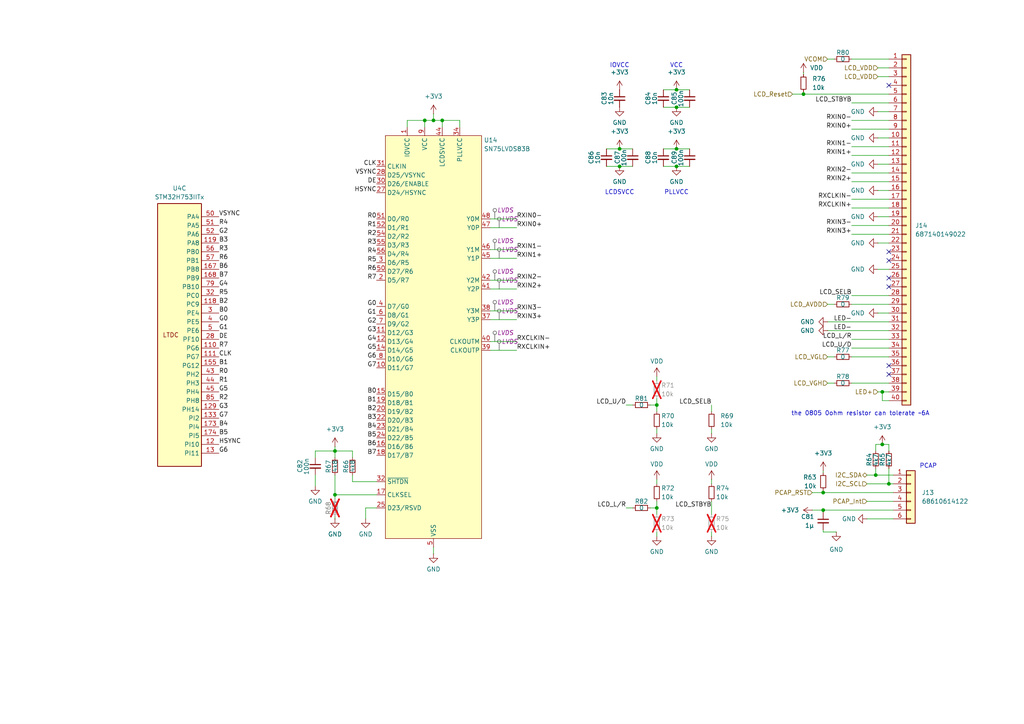
<source format=kicad_sch>
(kicad_sch
	(version 20231120)
	(generator "eeschema")
	(generator_version "8.0")
	(uuid "cfc08744-1338-460e-b9d6-bbb983fd58f1")
	(paper "A4")
	
	(junction
		(at 97.155 130.81)
		(diameter 0)
		(color 0 0 0 0)
		(uuid "0a014240-3880-4e76-9a94-85fc4b86e196")
	)
	(junction
		(at 179.705 48.26)
		(diameter 0)
		(color 0 0 0 0)
		(uuid "1a981e4a-df1f-4554-808a-8cb682e6b709")
	)
	(junction
		(at 255.905 128.905)
		(diameter 0)
		(color 0 0 0 0)
		(uuid "1f38e153-e651-4879-8c77-3220d9bfe30b")
	)
	(junction
		(at 196.215 26.035)
		(diameter 0)
		(color 0 0 0 0)
		(uuid "36bddcfd-11d5-48fe-af61-3a943aa79791")
	)
	(junction
		(at 257.81 140.335)
		(diameter 0)
		(color 0 0 0 0)
		(uuid "3925a27d-4875-405a-8c29-a7ba8d4725f7")
	)
	(junction
		(at 125.73 34.925)
		(diameter 0)
		(color 0 0 0 0)
		(uuid "51eeccfe-6686-4ca9-8aba-d515e08cb179")
	)
	(junction
		(at 190.5 117.475)
		(diameter 0)
		(color 0 0 0 0)
		(uuid "587b8044-6d76-4594-b205-64f5ae3d0cbf")
	)
	(junction
		(at 128.27 34.925)
		(diameter 0)
		(color 0 0 0 0)
		(uuid "5e4fb1b3-b906-42cb-9bcf-1fe43b515c5c")
	)
	(junction
		(at 123.19 34.925)
		(diameter 0)
		(color 0 0 0 0)
		(uuid "6921e377-c6aa-4918-8f18-78751ee65e4b")
	)
	(junction
		(at 233.045 27.305)
		(diameter 0)
		(color 0 0 0 0)
		(uuid "6b7b1be5-7851-40f7-b61c-54746ac8b71c")
	)
	(junction
		(at 179.705 43.18)
		(diameter 0)
		(color 0 0 0 0)
		(uuid "6f2f8254-1c91-4009-962f-948e94f45990")
	)
	(junction
		(at 238.76 147.955)
		(diameter 0)
		(color 0 0 0 0)
		(uuid "833e2d64-fc43-464a-9283-f695744d3d12")
	)
	(junction
		(at 255.905 113.665)
		(diameter 0)
		(color 0 0 0 0)
		(uuid "89518f6e-9c83-421f-9c57-ab6c1f4a7a34")
	)
	(junction
		(at 97.155 143.51)
		(diameter 0)
		(color 0 0 0 0)
		(uuid "b360e58b-d3d1-4f91-b7db-26a83f81783f")
	)
	(junction
		(at 238.76 142.875)
		(diameter 0)
		(color 0 0 0 0)
		(uuid "ba9f6885-d1c2-4976-8e6c-b3c768d67c14")
	)
	(junction
		(at 190.5 147.32)
		(diameter 0)
		(color 0 0 0 0)
		(uuid "cbdd449a-e405-445e-a272-3419885e6243")
	)
	(junction
		(at 196.215 48.26)
		(diameter 0)
		(color 0 0 0 0)
		(uuid "d008a368-33cc-4d3e-b958-698d092dfcd5")
	)
	(junction
		(at 196.215 31.115)
		(diameter 0)
		(color 0 0 0 0)
		(uuid "ec8f96ba-b615-4c3c-85a1-f8ab19bdb118")
	)
	(junction
		(at 196.215 43.18)
		(diameter 0)
		(color 0 0 0 0)
		(uuid "f4221231-7f4d-4ee4-b654-d71f985c5bf1")
	)
	(junction
		(at 254 137.795)
		(diameter 0)
		(color 0 0 0 0)
		(uuid "f621acd5-9b92-4da7-afc1-ea1e53f7700e")
	)
	(no_connect
		(at 257.81 108.585)
		(uuid "206530de-08a6-4322-927d-360e1543f9c3")
	)
	(no_connect
		(at 257.81 80.645)
		(uuid "4670c019-b6c9-4fcc-b1c1-90483035a52d")
	)
	(no_connect
		(at 257.81 73.025)
		(uuid "57ba4c83-7552-48dc-a263-d34d0b323fe5")
	)
	(no_connect
		(at 257.81 83.185)
		(uuid "58e4a9ba-9959-41ee-8aa7-af7bb26bb0fc")
	)
	(no_connect
		(at 257.81 75.565)
		(uuid "6656bea9-1e28-47cc-8494-9faa91d6f4b4")
	)
	(no_connect
		(at 257.81 24.765)
		(uuid "b5294258-8b2c-4d02-a271-4a5af5e8753b")
	)
	(no_connect
		(at 257.81 106.045)
		(uuid "d5a720d4-226e-4161-a590-27effc13fbc0")
	)
	(wire
		(pts
			(xy 196.215 48.26) (xy 200.025 48.26)
		)
		(stroke
			(width 0)
			(type default)
		)
		(uuid "0298da3d-88c6-441a-bd23-3a8b6279e8c9")
	)
	(wire
		(pts
			(xy 251.46 140.335) (xy 257.81 140.335)
		)
		(stroke
			(width 0)
			(type default)
		)
		(uuid "05e528cd-cd25-429f-b1b3-d804461f1fbb")
	)
	(wire
		(pts
			(xy 257.81 135.89) (xy 257.81 140.335)
		)
		(stroke
			(width 0)
			(type default)
		)
		(uuid "06b39ecd-f131-4d5e-be11-106155e0051c")
	)
	(wire
		(pts
			(xy 149.86 99.06) (xy 142.24 99.06)
		)
		(stroke
			(width 0)
			(type default)
		)
		(uuid "0714a536-7eb6-4ce2-851e-ea015f0458bc")
	)
	(wire
		(pts
			(xy 97.155 149.86) (xy 97.155 150.495)
		)
		(stroke
			(width 0)
			(type default)
		)
		(uuid "09997052-fd26-4555-95c6-8743f1453e4f")
	)
	(wire
		(pts
			(xy 102.235 130.81) (xy 102.235 132.715)
		)
		(stroke
			(width 0)
			(type default)
		)
		(uuid "0c8bd05c-5fba-4223-a449-4cbbc5bdec09")
	)
	(wire
		(pts
			(xy 133.35 34.925) (xy 133.35 36.83)
		)
		(stroke
			(width 0)
			(type default)
		)
		(uuid "0fe53239-7447-4eb5-8ad5-c0e8b73b79db")
	)
	(wire
		(pts
			(xy 125.73 158.75) (xy 125.73 160.655)
		)
		(stroke
			(width 0)
			(type default)
		)
		(uuid "10cb2966-9e76-4d0b-ae0d-260f6ad04f92")
	)
	(wire
		(pts
			(xy 247.015 111.125) (xy 257.81 111.125)
		)
		(stroke
			(width 0)
			(type default)
		)
		(uuid "13c63c44-473b-4821-bfdb-9dab528786c2")
	)
	(wire
		(pts
			(xy 190.5 147.32) (xy 190.5 149.225)
		)
		(stroke
			(width 0)
			(type default)
		)
		(uuid "1682fa89-003e-4157-a37f-bb74a89a1921")
	)
	(wire
		(pts
			(xy 233.045 20.955) (xy 233.045 21.59)
		)
		(stroke
			(width 0)
			(type default)
		)
		(uuid "17155407-70a1-437c-acf1-ef8c745c8d55")
	)
	(wire
		(pts
			(xy 238.76 147.955) (xy 238.76 148.59)
		)
		(stroke
			(width 0)
			(type default)
		)
		(uuid "193249d7-42be-4aa3-9346-3782bac88bef")
	)
	(wire
		(pts
			(xy 190.5 109.22) (xy 190.5 110.49)
		)
		(stroke
			(width 0)
			(type default)
		)
		(uuid "19ebde49-e7ee-4f44-aa21-c9a530b73c81")
	)
	(wire
		(pts
			(xy 254.635 90.805) (xy 257.81 90.805)
		)
		(stroke
			(width 0)
			(type default)
		)
		(uuid "1c029d85-b489-425d-b4be-7fb14080dda1")
	)
	(wire
		(pts
			(xy 247.015 88.265) (xy 257.81 88.265)
		)
		(stroke
			(width 0)
			(type default)
		)
		(uuid "1d48773f-2c67-4fd6-b92d-82324b248da6")
	)
	(wire
		(pts
			(xy 247.015 103.505) (xy 257.81 103.505)
		)
		(stroke
			(width 0)
			(type default)
		)
		(uuid "1ec68ab0-74c3-4639-83cb-e6593f6a6859")
	)
	(wire
		(pts
			(xy 97.155 130.81) (xy 102.235 130.81)
		)
		(stroke
			(width 0)
			(type default)
		)
		(uuid "23b220bd-13e9-445f-ae5e-3ab326eee3d2")
	)
	(wire
		(pts
			(xy 238.76 142.24) (xy 238.76 142.875)
		)
		(stroke
			(width 0)
			(type default)
		)
		(uuid "23c600d3-e761-4c99-b45d-34adfb2a9b67")
	)
	(wire
		(pts
			(xy 247.015 60.325) (xy 257.81 60.325)
		)
		(stroke
			(width 0)
			(type default)
		)
		(uuid "27619d87-814b-4e66-8ce5-84c9b258f0bf")
	)
	(wire
		(pts
			(xy 142.24 74.93) (xy 149.86 74.93)
		)
		(stroke
			(width 0)
			(type default)
		)
		(uuid "29b1f2f7-9974-4042-9e5d-7f1190fac34f")
	)
	(wire
		(pts
			(xy 142.24 83.82) (xy 149.86 83.82)
		)
		(stroke
			(width 0)
			(type default)
		)
		(uuid "2c715c41-8579-4be5-8127-330173332aa8")
	)
	(wire
		(pts
			(xy 247.015 65.405) (xy 257.81 65.405)
		)
		(stroke
			(width 0)
			(type default)
		)
		(uuid "2f1b7142-5359-4472-b1fd-de96165f83e6")
	)
	(wire
		(pts
			(xy 254.635 22.225) (xy 257.81 22.225)
		)
		(stroke
			(width 0)
			(type default)
		)
		(uuid "2f4e38f2-30cc-442c-b415-30467d32412d")
	)
	(wire
		(pts
			(xy 109.22 139.7) (xy 102.235 139.7)
		)
		(stroke
			(width 0)
			(type default)
		)
		(uuid "2fa43b00-581c-4b57-a7a9-a604f50b01d8")
	)
	(wire
		(pts
			(xy 181.61 147.32) (xy 183.515 147.32)
		)
		(stroke
			(width 0)
			(type default)
		)
		(uuid "30ffd6f7-ef1f-437f-9a7c-a23e216c9290")
	)
	(wire
		(pts
			(xy 206.375 117.475) (xy 206.375 119.38)
		)
		(stroke
			(width 0)
			(type default)
		)
		(uuid "312df952-f886-423f-9ecc-b76acc89c019")
	)
	(wire
		(pts
			(xy 247.015 57.785) (xy 257.81 57.785)
		)
		(stroke
			(width 0)
			(type default)
		)
		(uuid "338cbeb0-9e4c-42b6-9787-f19a5da2870c")
	)
	(wire
		(pts
			(xy 233.045 26.67) (xy 233.045 27.305)
		)
		(stroke
			(width 0)
			(type default)
		)
		(uuid "354a3f1c-1c85-4f32-9b4a-8a7f5efa4e0a")
	)
	(wire
		(pts
			(xy 254 128.905) (xy 255.905 128.905)
		)
		(stroke
			(width 0)
			(type default)
		)
		(uuid "357e09a7-75f7-41a8-8c60-319f523d3773")
	)
	(wire
		(pts
			(xy 97.155 132.715) (xy 97.155 130.81)
		)
		(stroke
			(width 0)
			(type default)
		)
		(uuid "36eb8b53-c7a4-49dd-be5b-2105c6730fe4")
	)
	(wire
		(pts
			(xy 190.5 145.415) (xy 190.5 147.32)
		)
		(stroke
			(width 0)
			(type default)
		)
		(uuid "37521562-0348-42d1-a316-ad5f22f99668")
	)
	(wire
		(pts
			(xy 106.045 147.32) (xy 109.22 147.32)
		)
		(stroke
			(width 0)
			(type default)
		)
		(uuid "3a719ff8-c0b4-4593-b1f0-e26697bd70c2")
	)
	(wire
		(pts
			(xy 206.375 124.46) (xy 206.375 125.73)
		)
		(stroke
			(width 0)
			(type default)
		)
		(uuid "3ae24d99-1378-4e06-9b17-fab03726b185")
	)
	(wire
		(pts
			(xy 255.905 116.205) (xy 255.905 113.665)
		)
		(stroke
			(width 0)
			(type default)
		)
		(uuid "3d796974-152f-4f56-bd9a-5cb2a66feb94")
	)
	(wire
		(pts
			(xy 149.86 90.17) (xy 142.24 90.17)
		)
		(stroke
			(width 0)
			(type default)
		)
		(uuid "3db8ead2-c244-4591-9f6b-d8e5bc35cade")
	)
	(wire
		(pts
			(xy 251.46 137.795) (xy 254 137.795)
		)
		(stroke
			(width 0)
			(type default)
		)
		(uuid "3f295cfd-ebba-4b1e-bac9-708590bd77b6")
	)
	(wire
		(pts
			(xy 91.44 130.81) (xy 97.155 130.81)
		)
		(stroke
			(width 0)
			(type default)
		)
		(uuid "45d0edf7-736a-4aa7-a23f-5212f8458eff")
	)
	(wire
		(pts
			(xy 247.015 17.145) (xy 257.81 17.145)
		)
		(stroke
			(width 0)
			(type default)
		)
		(uuid "466f5f35-7ab1-4d99-b939-c70f85820bed")
	)
	(wire
		(pts
			(xy 255.905 116.205) (xy 257.81 116.205)
		)
		(stroke
			(width 0)
			(type default)
		)
		(uuid "4718d472-c8b6-4441-ab81-d18e38c07fbd")
	)
	(wire
		(pts
			(xy 247.015 52.705) (xy 257.81 52.705)
		)
		(stroke
			(width 0)
			(type default)
		)
		(uuid "48985834-8e71-434f-b58e-ed9ffa085d20")
	)
	(wire
		(pts
			(xy 238.76 147.955) (xy 259.08 147.955)
		)
		(stroke
			(width 0)
			(type default)
		)
		(uuid "4c814185-20ab-4c63-85a3-08873cf631b5")
	)
	(wire
		(pts
			(xy 235.585 142.875) (xy 238.76 142.875)
		)
		(stroke
			(width 0)
			(type default)
		)
		(uuid "51176f82-a718-44d9-8aac-1fbaebeebff1")
	)
	(wire
		(pts
			(xy 125.73 34.925) (xy 128.27 34.925)
		)
		(stroke
			(width 0)
			(type default)
		)
		(uuid "512c3170-6919-410f-ab24-a01210192fc0")
	)
	(wire
		(pts
			(xy 175.895 48.26) (xy 179.705 48.26)
		)
		(stroke
			(width 0)
			(type default)
		)
		(uuid "57ab13e2-8a92-42d1-9fb8-6b02d0766ffe")
	)
	(wire
		(pts
			(xy 188.595 147.32) (xy 190.5 147.32)
		)
		(stroke
			(width 0)
			(type default)
		)
		(uuid "5bb6ede0-1f09-4ee3-b054-e913caa88144")
	)
	(wire
		(pts
			(xy 254.635 62.865) (xy 257.81 62.865)
		)
		(stroke
			(width 0)
			(type default)
		)
		(uuid "5d74f553-7285-4b03-8f7a-7493264e6ca7")
	)
	(wire
		(pts
			(xy 240.03 93.345) (xy 257.81 93.345)
		)
		(stroke
			(width 0)
			(type default)
		)
		(uuid "5f241d29-31c2-41f4-bd3d-059c2e65be39")
	)
	(wire
		(pts
			(xy 206.375 139.065) (xy 206.375 140.335)
		)
		(stroke
			(width 0)
			(type default)
		)
		(uuid "60c7230e-5bca-4180-bcca-03d23889c8d9")
	)
	(wire
		(pts
			(xy 240.03 17.145) (xy 241.935 17.145)
		)
		(stroke
			(width 0)
			(type default)
		)
		(uuid "618979c3-fee3-4fd4-90b7-b3a321c9831f")
	)
	(wire
		(pts
			(xy 179.705 43.18) (xy 183.515 43.18)
		)
		(stroke
			(width 0)
			(type default)
		)
		(uuid "652c6c39-fa45-4f03-89a8-cde00a0d1335")
	)
	(wire
		(pts
			(xy 181.61 117.475) (xy 183.515 117.475)
		)
		(stroke
			(width 0)
			(type default)
		)
		(uuid "65cc8ab6-13ef-40a8-9b07-cc9baf602c04")
	)
	(wire
		(pts
			(xy 247.015 67.945) (xy 257.81 67.945)
		)
		(stroke
			(width 0)
			(type default)
		)
		(uuid "671eb76e-ac7c-495b-9377-d06227dbda46")
	)
	(wire
		(pts
			(xy 206.375 154.305) (xy 206.375 155.575)
		)
		(stroke
			(width 0)
			(type default)
		)
		(uuid "68278b12-7341-4bce-ab78-6f965d6478a7")
	)
	(wire
		(pts
			(xy 188.595 117.475) (xy 190.5 117.475)
		)
		(stroke
			(width 0)
			(type default)
		)
		(uuid "6e4fea39-f48b-434e-b2ca-502d3b4c5e09")
	)
	(wire
		(pts
			(xy 106.045 150.495) (xy 106.045 147.32)
		)
		(stroke
			(width 0)
			(type default)
		)
		(uuid "6f5af170-38aa-4c58-a2e9-2e76e811c87e")
	)
	(wire
		(pts
			(xy 247.015 100.965) (xy 257.81 100.965)
		)
		(stroke
			(width 0)
			(type default)
		)
		(uuid "71413b15-4c29-4db8-9aca-4d4d08e03b81")
	)
	(wire
		(pts
			(xy 190.5 124.46) (xy 190.5 125.73)
		)
		(stroke
			(width 0)
			(type default)
		)
		(uuid "71808231-1ba2-4266-ac0d-4cd719878a39")
	)
	(wire
		(pts
			(xy 251.46 145.415) (xy 259.08 145.415)
		)
		(stroke
			(width 0)
			(type default)
		)
		(uuid "718cbf0e-2c2e-4dfb-aa82-e96c26e595e9")
	)
	(wire
		(pts
			(xy 123.19 34.925) (xy 125.73 34.925)
		)
		(stroke
			(width 0)
			(type default)
		)
		(uuid "79289023-9eda-4942-b277-ffdf5c17a90c")
	)
	(wire
		(pts
			(xy 206.375 145.415) (xy 206.375 149.225)
		)
		(stroke
			(width 0)
			(type default)
		)
		(uuid "79526d75-b91c-4e80-a209-f4f7252523a2")
	)
	(wire
		(pts
			(xy 240.03 95.885) (xy 257.81 95.885)
		)
		(stroke
			(width 0)
			(type default)
		)
		(uuid "7a3e6c4f-9432-460d-bcc3-675f61fb2f7b")
	)
	(wire
		(pts
			(xy 240.03 88.265) (xy 241.935 88.265)
		)
		(stroke
			(width 0)
			(type default)
		)
		(uuid "7ba4c5a6-fc2a-42bf-835e-6d3fe146eb49")
	)
	(wire
		(pts
			(xy 247.015 85.725) (xy 257.81 85.725)
		)
		(stroke
			(width 0)
			(type default)
		)
		(uuid "7d97b2ea-9c3a-4444-8140-5f88442d21a4")
	)
	(wire
		(pts
			(xy 102.235 139.7) (xy 102.235 137.795)
		)
		(stroke
			(width 0)
			(type default)
		)
		(uuid "7ef4ed38-09cf-4dc1-8d17-593720d6bfbd")
	)
	(wire
		(pts
			(xy 257.81 140.335) (xy 259.08 140.335)
		)
		(stroke
			(width 0)
			(type default)
		)
		(uuid "80449c22-7a2e-48ef-b100-319c64440b08")
	)
	(wire
		(pts
			(xy 91.44 130.81) (xy 91.44 132.715)
		)
		(stroke
			(width 0)
			(type default)
		)
		(uuid "8052b36c-73f0-4c99-a4b1-bba64c1b82e2")
	)
	(wire
		(pts
			(xy 118.11 34.925) (xy 123.19 34.925)
		)
		(stroke
			(width 0)
			(type default)
		)
		(uuid "82256a26-20d4-4f1c-8160-6219baaaf0fd")
	)
	(wire
		(pts
			(xy 192.405 31.115) (xy 196.215 31.115)
		)
		(stroke
			(width 0)
			(type default)
		)
		(uuid "824ceded-869f-4f61-9b0d-737a6d94db16")
	)
	(wire
		(pts
			(xy 254.635 32.385) (xy 257.81 32.385)
		)
		(stroke
			(width 0)
			(type default)
		)
		(uuid "83cc7d18-3605-4624-a3e7-065a5db17972")
	)
	(wire
		(pts
			(xy 97.155 129.54) (xy 97.155 130.81)
		)
		(stroke
			(width 0)
			(type default)
		)
		(uuid "862bf58b-0b37-45d1-90c8-c77c888bb601")
	)
	(wire
		(pts
			(xy 238.76 142.875) (xy 259.08 142.875)
		)
		(stroke
			(width 0)
			(type default)
		)
		(uuid "8a253ece-2bc3-43e4-9198-530d6b262d90")
	)
	(wire
		(pts
			(xy 255.905 113.665) (xy 257.81 113.665)
		)
		(stroke
			(width 0)
			(type default)
		)
		(uuid "8b0d9d8b-5c7a-4cad-883a-66ceb5f7ef54")
	)
	(wire
		(pts
			(xy 240.03 103.505) (xy 241.935 103.505)
		)
		(stroke
			(width 0)
			(type default)
		)
		(uuid "8b6da8b0-de78-4e0a-9628-aa523a0de7bb")
	)
	(wire
		(pts
			(xy 254.635 70.485) (xy 257.81 70.485)
		)
		(stroke
			(width 0)
			(type default)
		)
		(uuid "8fcba768-840e-438e-ac66-8ec626ed306c")
	)
	(wire
		(pts
			(xy 175.895 43.18) (xy 179.705 43.18)
		)
		(stroke
			(width 0)
			(type default)
		)
		(uuid "90afa069-9607-44d1-8a5b-5ef07d699a4a")
	)
	(wire
		(pts
			(xy 238.76 153.67) (xy 238.76 154.305)
		)
		(stroke
			(width 0)
			(type default)
		)
		(uuid "935c8a75-ba66-49fc-92ef-91648e9fffac")
	)
	(wire
		(pts
			(xy 123.19 34.925) (xy 123.19 36.83)
		)
		(stroke
			(width 0)
			(type default)
		)
		(uuid "95aa725c-7b4c-4809-b773-ab53822a785e")
	)
	(wire
		(pts
			(xy 91.44 137.795) (xy 91.44 140.97)
		)
		(stroke
			(width 0)
			(type default)
		)
		(uuid "96be8705-1aaf-4f28-aace-ecacb5b0fc86")
	)
	(wire
		(pts
			(xy 235.585 147.955) (xy 238.76 147.955)
		)
		(stroke
			(width 0)
			(type default)
		)
		(uuid "9af2513d-bd0e-422c-8c69-9f61ea71fb1c")
	)
	(wire
		(pts
			(xy 247.015 34.925) (xy 257.81 34.925)
		)
		(stroke
			(width 0)
			(type default)
		)
		(uuid "9afaf073-8914-4b5f-9a09-321c7823603b")
	)
	(wire
		(pts
			(xy 149.86 63.5) (xy 142.24 63.5)
		)
		(stroke
			(width 0)
			(type default)
		)
		(uuid "9b1bb6e8-b640-4df4-90e7-f515e45fb94d")
	)
	(wire
		(pts
			(xy 257.81 128.905) (xy 257.81 130.81)
		)
		(stroke
			(width 0)
			(type default)
		)
		(uuid "9c4d6a6f-f984-42f1-a37b-45ccd36c49c2")
	)
	(wire
		(pts
			(xy 254.635 113.665) (xy 255.905 113.665)
		)
		(stroke
			(width 0)
			(type default)
		)
		(uuid "9cb67b43-cabd-47e1-99bb-bf896041f2a0")
	)
	(wire
		(pts
			(xy 255.905 128.905) (xy 257.81 128.905)
		)
		(stroke
			(width 0)
			(type default)
		)
		(uuid "9cd4ebb7-1f67-4d4a-86a6-5d4df2a67f6d")
	)
	(wire
		(pts
			(xy 238.76 136.525) (xy 238.76 137.16)
		)
		(stroke
			(width 0)
			(type default)
		)
		(uuid "a38bdfda-67d3-463a-8274-24b317601fed")
	)
	(wire
		(pts
			(xy 196.215 43.18) (xy 200.025 43.18)
		)
		(stroke
			(width 0)
			(type default)
		)
		(uuid "a42e8e46-cd2f-432f-9417-b53432b08db3")
	)
	(wire
		(pts
			(xy 233.045 27.305) (xy 257.81 27.305)
		)
		(stroke
			(width 0)
			(type default)
		)
		(uuid "a94d2cb2-c0e3-4b77-867f-08036eb8635e")
	)
	(wire
		(pts
			(xy 179.705 48.26) (xy 183.515 48.26)
		)
		(stroke
			(width 0)
			(type default)
		)
		(uuid "a9ab5bcb-7b6e-465d-8750-6972b61c2bbb")
	)
	(wire
		(pts
			(xy 196.215 31.115) (xy 200.025 31.115)
		)
		(stroke
			(width 0)
			(type default)
		)
		(uuid "aa32b454-0871-44c0-a45c-e8ddba70bf7e")
	)
	(wire
		(pts
			(xy 247.015 50.165) (xy 257.81 50.165)
		)
		(stroke
			(width 0)
			(type default)
		)
		(uuid "ae07fa32-ecd4-4f47-9f9a-68257480dc89")
	)
	(wire
		(pts
			(xy 254.635 19.685) (xy 257.81 19.685)
		)
		(stroke
			(width 0)
			(type default)
		)
		(uuid "ae5d1da4-dc18-4b2d-bc7a-ff67f4fd9e22")
	)
	(wire
		(pts
			(xy 254.635 78.105) (xy 257.81 78.105)
		)
		(stroke
			(width 0)
			(type default)
		)
		(uuid "b3918266-6f83-4b67-95c2-a18adeb3b8f8")
	)
	(wire
		(pts
			(xy 247.015 98.425) (xy 257.81 98.425)
		)
		(stroke
			(width 0)
			(type default)
		)
		(uuid "b74665b8-9c25-4e6e-9b69-3020ade95bd7")
	)
	(wire
		(pts
			(xy 238.76 154.305) (xy 242.57 154.305)
		)
		(stroke
			(width 0)
			(type default)
		)
		(uuid "b7e2efa6-f22e-4665-a0a0-177864f61809")
	)
	(wire
		(pts
			(xy 125.73 33.02) (xy 125.73 34.925)
		)
		(stroke
			(width 0)
			(type default)
		)
		(uuid "b840f00d-7dd3-40a7-a038-2bd1432f126e")
	)
	(wire
		(pts
			(xy 128.27 34.925) (xy 133.35 34.925)
		)
		(stroke
			(width 0)
			(type default)
		)
		(uuid "b92b6ecf-f5c2-4e28-a6c0-424f103af062")
	)
	(wire
		(pts
			(xy 254.635 55.245) (xy 257.81 55.245)
		)
		(stroke
			(width 0)
			(type default)
		)
		(uuid "ba578d3a-fb82-4cea-8c1f-7e1fda372293")
	)
	(wire
		(pts
			(xy 254 137.795) (xy 259.08 137.795)
		)
		(stroke
			(width 0)
			(type default)
		)
		(uuid "bbd5ddb8-14c3-4b2b-aa92-4b50e140d68c")
	)
	(wire
		(pts
			(xy 251.46 150.495) (xy 259.08 150.495)
		)
		(stroke
			(width 0)
			(type default)
		)
		(uuid "bc4832a6-be93-4682-a561-6bd59cf7249f")
	)
	(wire
		(pts
			(xy 254 128.905) (xy 254 130.81)
		)
		(stroke
			(width 0)
			(type default)
		)
		(uuid "bd98bc5c-a944-4744-b53e-8f22f3ee1dda")
	)
	(wire
		(pts
			(xy 142.24 101.6) (xy 149.86 101.6)
		)
		(stroke
			(width 0)
			(type default)
		)
		(uuid "bdbf3e05-4ce9-4913-af14-3d367f3a176f")
	)
	(wire
		(pts
			(xy 247.015 37.465) (xy 257.81 37.465)
		)
		(stroke
			(width 0)
			(type default)
		)
		(uuid "bef8842b-46f7-4d9f-b8ff-b5523cb14e85")
	)
	(wire
		(pts
			(xy 254.635 40.005) (xy 257.81 40.005)
		)
		(stroke
			(width 0)
			(type default)
		)
		(uuid "bf23b9bf-e84b-4f47-83d9-2d403c4d44e9")
	)
	(wire
		(pts
			(xy 192.405 43.18) (xy 196.215 43.18)
		)
		(stroke
			(width 0)
			(type default)
		)
		(uuid "c98340a9-4958-44da-bead-778ce16b983c")
	)
	(wire
		(pts
			(xy 247.015 45.085) (xy 257.81 45.085)
		)
		(stroke
			(width 0)
			(type default)
		)
		(uuid "c9db60b3-18a2-4d9a-b871-8efab5d8404d")
	)
	(wire
		(pts
			(xy 192.405 26.035) (xy 196.215 26.035)
		)
		(stroke
			(width 0)
			(type default)
		)
		(uuid "cedf6cc6-cf0c-4876-9970-dbb1e94e38da")
	)
	(wire
		(pts
			(xy 149.86 72.39) (xy 142.24 72.39)
		)
		(stroke
			(width 0)
			(type default)
		)
		(uuid "d075d592-3916-48ba-bae1-4c662547c997")
	)
	(wire
		(pts
			(xy 190.5 117.475) (xy 190.5 119.38)
		)
		(stroke
			(width 0)
			(type default)
		)
		(uuid "e03c2f78-ecb6-4011-a780-91df4e9eb48f")
	)
	(wire
		(pts
			(xy 142.24 92.71) (xy 149.86 92.71)
		)
		(stroke
			(width 0)
			(type default)
		)
		(uuid "e0779c4d-d336-4ce1-bfa3-a3790b2fc8bf")
	)
	(wire
		(pts
			(xy 190.5 139.065) (xy 190.5 140.335)
		)
		(stroke
			(width 0)
			(type default)
		)
		(uuid "e0bfcbdd-bdf9-48a7-a6f5-92a1581af31c")
	)
	(wire
		(pts
			(xy 247.015 42.545) (xy 257.81 42.545)
		)
		(stroke
			(width 0)
			(type default)
		)
		(uuid "e2388c05-3c96-4150-bfba-fabf46d0bbae")
	)
	(wire
		(pts
			(xy 97.155 137.795) (xy 97.155 143.51)
		)
		(stroke
			(width 0)
			(type default)
		)
		(uuid "e70de6e4-78af-4d30-a1cb-1182b39e31e4")
	)
	(wire
		(pts
			(xy 142.24 66.04) (xy 149.86 66.04)
		)
		(stroke
			(width 0)
			(type default)
		)
		(uuid "e7cab5c7-8679-4b50-a42f-f882b181fbb9")
	)
	(wire
		(pts
			(xy 118.11 36.83) (xy 118.11 34.925)
		)
		(stroke
			(width 0)
			(type default)
		)
		(uuid "ea9d0ea8-e098-4297-9c55-b45bedd20476")
	)
	(wire
		(pts
			(xy 149.86 81.28) (xy 142.24 81.28)
		)
		(stroke
			(width 0)
			(type default)
		)
		(uuid "eb39c25b-ffe2-4da6-a0b2-8af71d0c1172")
	)
	(wire
		(pts
			(xy 192.405 48.26) (xy 196.215 48.26)
		)
		(stroke
			(width 0)
			(type default)
		)
		(uuid "f16df34f-8751-4964-b975-6f243a856a47")
	)
	(wire
		(pts
			(xy 240.03 111.125) (xy 241.935 111.125)
		)
		(stroke
			(width 0)
			(type default)
		)
		(uuid "f2557df2-1adf-456b-8f1a-153221d9ea7f")
	)
	(wire
		(pts
			(xy 254 135.89) (xy 254 137.795)
		)
		(stroke
			(width 0)
			(type default)
		)
		(uuid "f34b4a7f-30c2-4c02-acad-64be66476446")
	)
	(wire
		(pts
			(xy 97.155 143.51) (xy 109.22 143.51)
		)
		(stroke
			(width 0)
			(type default)
		)
		(uuid "f554973e-e8dd-4851-bca8-6fe663208a8f")
	)
	(wire
		(pts
			(xy 97.155 143.51) (xy 97.155 144.78)
		)
		(stroke
			(width 0)
			(type default)
		)
		(uuid "f564e718-be05-4a41-9b64-a20ab63ac335")
	)
	(wire
		(pts
			(xy 190.5 154.305) (xy 190.5 155.575)
		)
		(stroke
			(width 0)
			(type default)
		)
		(uuid "f86d5a4b-b4ea-4bd2-b58a-bff92fc439ab")
	)
	(wire
		(pts
			(xy 247.015 29.845) (xy 257.81 29.845)
		)
		(stroke
			(width 0)
			(type default)
		)
		(uuid "f8bd3e43-06b8-48bc-969c-a24c8a936e42")
	)
	(wire
		(pts
			(xy 229.87 27.305) (xy 233.045 27.305)
		)
		(stroke
			(width 0)
			(type default)
		)
		(uuid "f907b5bd-be26-4ce3-bba1-b715c06131de")
	)
	(wire
		(pts
			(xy 190.5 115.57) (xy 190.5 117.475)
		)
		(stroke
			(width 0)
			(type default)
		)
		(uuid "fc269f37-55eb-4e62-8764-57f209f35f43")
	)
	(wire
		(pts
			(xy 254.635 47.625) (xy 257.81 47.625)
		)
		(stroke
			(width 0)
			(type default)
		)
		(uuid "fd2d8bec-9089-483f-bc2e-e8ddcafcfebb")
	)
	(wire
		(pts
			(xy 128.27 34.925) (xy 128.27 36.83)
		)
		(stroke
			(width 0)
			(type default)
		)
		(uuid "fe954440-ef8c-4f09-84e0-0a27616cf92c")
	)
	(wire
		(pts
			(xy 196.215 26.035) (xy 200.025 26.035)
		)
		(stroke
			(width 0)
			(type default)
		)
		(uuid "ffa19dcc-fc4d-4cde-b3c6-4f1326019579")
	)
	(text "PLLVCC"
		(exclude_from_sim no)
		(at 196.215 55.88 0)
		(effects
			(font
				(size 1.27 1.27)
			)
		)
		(uuid "69441736-eb38-4f01-a3f7-3aea416466f1")
	)
	(text "VCC"
		(exclude_from_sim no)
		(at 196.215 19.05 0)
		(effects
			(font
				(size 1.27 1.27)
			)
		)
		(uuid "7910a5ee-8ec7-4e91-a5a0-12c5f115d328")
	)
	(text "PCAP"
		(exclude_from_sim no)
		(at 269.24 135.255 0)
		(effects
			(font
				(size 1.27 1.27)
			)
		)
		(uuid "953f9d08-beaa-4a51-9778-13ce58a1a9e4")
	)
	(text "IOVCC"
		(exclude_from_sim no)
		(at 179.705 19.05 0)
		(effects
			(font
				(size 1.27 1.27)
			)
		)
		(uuid "9606f5f8-be5b-4b2d-8242-fc97946d3518")
	)
	(text "LCDSVCC"
		(exclude_from_sim no)
		(at 179.705 55.88 0)
		(effects
			(font
				(size 1.27 1.27)
			)
		)
		(uuid "b0eadaf5-52dd-452a-a86a-3eeecaa6db12")
	)
	(text "the 0805 0ohm resistor can tolerate ~6A"
		(exclude_from_sim no)
		(at 249.555 120.015 0)
		(effects
			(font
				(size 1.27 1.27)
			)
		)
		(uuid "ec6e7b20-8941-4277-a49c-06890acb3044")
	)
	(label "RXIN3-"
		(at 149.86 90.17 0)
		(effects
			(font
				(size 1.27 1.27)
			)
			(justify left bottom)
		)
		(uuid "00d2695c-ba7e-4b9b-a7dc-eb3405ab6848")
	)
	(label "CLK"
		(at 109.22 48.26 180)
		(effects
			(font
				(size 1.27 1.27)
			)
			(justify right bottom)
		)
		(uuid "0152042a-2e95-49bd-8c52-583776a4d18d")
	)
	(label "G7"
		(at 109.22 106.68 180)
		(effects
			(font
				(size 1.27 1.27)
			)
			(justify right bottom)
		)
		(uuid "08754e1f-e8f7-4846-ab84-6afec5cd4af9")
	)
	(label "R6"
		(at 63.5 75.565 0)
		(effects
			(font
				(size 1.27 1.27)
			)
			(justify left bottom)
		)
		(uuid "08ca3b5f-fac8-4fb4-9832-087b8859e3e4")
	)
	(label "G6"
		(at 63.5 131.445 0)
		(effects
			(font
				(size 1.27 1.27)
			)
			(justify left bottom)
		)
		(uuid "096b0597-da20-426d-a588-67938caf16a3")
	)
	(label "B0"
		(at 109.22 114.3 180)
		(effects
			(font
				(size 1.27 1.27)
			)
			(justify right bottom)
		)
		(uuid "096d8b65-3f35-45ea-a2cb-ec5d8c6d025a")
	)
	(label "RXIN2+"
		(at 247.015 52.705 180)
		(effects
			(font
				(size 1.27 1.27)
			)
			(justify right bottom)
		)
		(uuid "0e44530d-a1d4-42ae-910e-b7fa88ab0906")
	)
	(label "G6"
		(at 109.22 104.14 180)
		(effects
			(font
				(size 1.27 1.27)
			)
			(justify right bottom)
		)
		(uuid "148f24ec-133d-46ba-8469-e51a77694918")
	)
	(label "LED-"
		(at 247.015 95.885 180)
		(effects
			(font
				(size 1.27 1.27)
			)
			(justify right bottom)
		)
		(uuid "1734c896-d62e-44bd-8d20-21a2e9dccd60")
	)
	(label "B0"
		(at 63.5 90.805 0)
		(effects
			(font
				(size 1.27 1.27)
			)
			(justify left bottom)
		)
		(uuid "2533289e-e9d3-45ba-974c-2c60d94ab3ac")
	)
	(label "B5"
		(at 63.5 126.365 0)
		(effects
			(font
				(size 1.27 1.27)
			)
			(justify left bottom)
		)
		(uuid "2b03ce00-50b9-443b-a694-95e2ad9fbd0b")
	)
	(label "RXCLKIN+"
		(at 247.015 60.325 180)
		(effects
			(font
				(size 1.27 1.27)
			)
			(justify right bottom)
		)
		(uuid "2bc06b32-3f21-403a-9e2f-cc5591cc7bf4")
	)
	(label "B6"
		(at 63.5 78.105 0)
		(effects
			(font
				(size 1.27 1.27)
			)
			(justify left bottom)
		)
		(uuid "2f13269d-acbc-4026-a52b-966bcaf67fb9")
	)
	(label "R5"
		(at 109.22 76.2 180)
		(effects
			(font
				(size 1.27 1.27)
			)
			(justify right bottom)
		)
		(uuid "2f9635c8-4f48-4faf-a078-cffff38268eb")
	)
	(label "G5"
		(at 109.22 101.6 180)
		(effects
			(font
				(size 1.27 1.27)
			)
			(justify right bottom)
		)
		(uuid "2ff65520-03fa-4157-9b8f-e439531e5d4d")
	)
	(label "R5"
		(at 63.5 85.725 0)
		(effects
			(font
				(size 1.27 1.27)
			)
			(justify left bottom)
		)
		(uuid "30a26e4c-77dd-4daa-959d-9445d0b53384")
	)
	(label "LCD_STBYB"
		(at 206.375 147.32 180)
		(effects
			(font
				(size 1.27 1.27)
			)
			(justify right bottom)
		)
		(uuid "313daad7-5729-4cd5-a0eb-96ce9856e820")
	)
	(label "HSYNC"
		(at 63.5 128.905 0)
		(effects
			(font
				(size 1.27 1.27)
			)
			(justify left bottom)
		)
		(uuid "37ed1a4c-aaa7-4117-9939-eaf71c7fd3dd")
	)
	(label "VSYNC"
		(at 63.5 62.865 0)
		(effects
			(font
				(size 1.27 1.27)
			)
			(justify left bottom)
		)
		(uuid "4027ccb6-ccfc-48bb-ac38-97fd486ede19")
	)
	(label "R3"
		(at 63.5 73.025 0)
		(effects
			(font
				(size 1.27 1.27)
			)
			(justify left bottom)
		)
		(uuid "402fbdd1-f16d-42f6-b6d4-2893e3aeedfc")
	)
	(label "RXIN3+"
		(at 149.86 92.71 0)
		(effects
			(font
				(size 1.27 1.27)
			)
			(justify left bottom)
		)
		(uuid "4a58a965-b7ea-4b42-b760-89192e489f04")
	)
	(label "B3"
		(at 63.5 70.485 0)
		(effects
			(font
				(size 1.27 1.27)
			)
			(justify left bottom)
		)
		(uuid "4fe9fb27-c50c-4dba-8b12-14fe9d941704")
	)
	(label "R0"
		(at 63.5 108.585 0)
		(effects
			(font
				(size 1.27 1.27)
			)
			(justify left bottom)
		)
		(uuid "5036eab7-a315-4c60-9769-172ad985f941")
	)
	(label "R6"
		(at 109.22 78.74 180)
		(effects
			(font
				(size 1.27 1.27)
			)
			(justify right bottom)
		)
		(uuid "50a8c713-5dc9-4c0c-87ac-23fc241eaac3")
	)
	(label "RXIN3+"
		(at 247.015 67.945 180)
		(effects
			(font
				(size 1.27 1.27)
			)
			(justify right bottom)
		)
		(uuid "57003274-96a1-4384-8c1a-2fe513369741")
	)
	(label "R1"
		(at 63.5 111.125 0)
		(effects
			(font
				(size 1.27 1.27)
			)
			(justify left bottom)
		)
		(uuid "57fc748d-c2ac-41da-bfa8-02cfdd97af99")
	)
	(label "B1"
		(at 109.22 116.84 180)
		(effects
			(font
				(size 1.27 1.27)
			)
			(justify right bottom)
		)
		(uuid "5a19eec5-bc36-4a24-9e46-c05116e0da24")
	)
	(label "RXIN2-"
		(at 149.86 81.28 0)
		(effects
			(font
				(size 1.27 1.27)
			)
			(justify left bottom)
		)
		(uuid "5db48e7d-4953-4fc8-b0c0-3d62cafc07b8")
	)
	(label "G3"
		(at 63.5 118.745 0)
		(effects
			(font
				(size 1.27 1.27)
			)
			(justify left bottom)
		)
		(uuid "5ece0f61-52d4-421f-b104-18f73cbff931")
	)
	(label "DE"
		(at 63.5 98.425 0)
		(effects
			(font
				(size 1.27 1.27)
			)
			(justify left bottom)
		)
		(uuid "5f11e062-7669-4fed-ae54-2410bfd2c9aa")
	)
	(label "B4"
		(at 109.22 124.46 180)
		(effects
			(font
				(size 1.27 1.27)
			)
			(justify right bottom)
		)
		(uuid "6243d259-549d-440c-89a5-83209aebb695")
	)
	(label "G3"
		(at 109.22 96.52 180)
		(effects
			(font
				(size 1.27 1.27)
			)
			(justify right bottom)
		)
		(uuid "6475158b-452e-4407-bc5c-cbe2225862a0")
	)
	(label "B3"
		(at 109.22 121.92 180)
		(effects
			(font
				(size 1.27 1.27)
			)
			(justify right bottom)
		)
		(uuid "68a208c6-5f66-4de8-95eb-958a270c0efd")
	)
	(label "RXIN2+"
		(at 149.86 83.82 0)
		(effects
			(font
				(size 1.27 1.27)
			)
			(justify left bottom)
		)
		(uuid "6a680cca-13a6-4f53-947d-dd7b77cb8d80")
	)
	(label "RXCLKIN-"
		(at 149.86 99.06 0)
		(effects
			(font
				(size 1.27 1.27)
			)
			(justify left bottom)
		)
		(uuid "6f80c29e-dcfb-470f-b8a3-254f5fe8390b")
	)
	(label "G2"
		(at 109.22 93.98 180)
		(effects
			(font
				(size 1.27 1.27)
			)
			(justify right bottom)
		)
		(uuid "6fe78f8c-aa6c-495b-a2d0-7e4f6326bc40")
	)
	(label "LCD_L{slash}R"
		(at 181.61 147.32 180)
		(effects
			(font
				(size 1.27 1.27)
			)
			(justify right bottom)
		)
		(uuid "701f3dff-6da1-4e71-87d5-12c85549e106")
	)
	(label "R3"
		(at 109.22 71.12 180)
		(effects
			(font
				(size 1.27 1.27)
			)
			(justify right bottom)
		)
		(uuid "708b591f-2881-4ae0-a20b-d8559f75da6e")
	)
	(label "B5"
		(at 109.22 127 180)
		(effects
			(font
				(size 1.27 1.27)
			)
			(justify right bottom)
		)
		(uuid "70da06be-4e17-4517-957d-299c1ceb91d9")
	)
	(label "LCD_U{slash}D"
		(at 181.61 117.475 180)
		(effects
			(font
				(size 1.27 1.27)
			)
			(justify right bottom)
		)
		(uuid "736e1f78-2325-48bc-b630-11f9ba7deaad")
	)
	(label "G1"
		(at 109.22 91.44 180)
		(effects
			(font
				(size 1.27 1.27)
			)
			(justify right bottom)
		)
		(uuid "82a3c86b-2ae2-4258-a371-0c95745c9d37")
	)
	(label "RXIN1-"
		(at 247.015 42.545 180)
		(effects
			(font
				(size 1.27 1.27)
			)
			(justify right bottom)
		)
		(uuid "9071c682-3516-4aba-9b72-926e5fa6e5bc")
	)
	(label "R4"
		(at 109.22 73.66 180)
		(effects
			(font
				(size 1.27 1.27)
			)
			(justify right bottom)
		)
		(uuid "90d54928-5f90-4149-bde2-70defc6cd53c")
	)
	(label "B2"
		(at 109.22 119.38 180)
		(effects
			(font
				(size 1.27 1.27)
			)
			(justify right bottom)
		)
		(uuid "939d674a-7322-4175-89d4-6cd3eda47fcd")
	)
	(label "R2"
		(at 63.5 116.205 0)
		(effects
			(font
				(size 1.27 1.27)
			)
			(justify left bottom)
		)
		(uuid "94c16b95-1411-4c82-ab58-c6752095558e")
	)
	(label "RXIN1+"
		(at 247.015 45.085 180)
		(effects
			(font
				(size 1.27 1.27)
			)
			(justify right bottom)
		)
		(uuid "9905f431-c83d-495d-8fe2-35654f4019ee")
	)
	(label "R2"
		(at 109.22 68.58 180)
		(effects
			(font
				(size 1.27 1.27)
			)
			(justify right bottom)
		)
		(uuid "9935db15-f43d-43b7-bea3-038a4563c6a7")
	)
	(label "G4"
		(at 63.5 83.185 0)
		(effects
			(font
				(size 1.27 1.27)
			)
			(justify left bottom)
		)
		(uuid "9a114369-d623-4017-b616-6be20bbadbe7")
	)
	(label "G5"
		(at 63.5 113.665 0)
		(effects
			(font
				(size 1.27 1.27)
			)
			(justify left bottom)
		)
		(uuid "a74c3866-9696-441e-9426-16d3b6653334")
	)
	(label "R1"
		(at 109.22 66.04 180)
		(effects
			(font
				(size 1.27 1.27)
			)
			(justify right bottom)
		)
		(uuid "a817359a-3459-47a6-8818-6adb45365941")
	)
	(label "R7"
		(at 109.22 81.28 180)
		(effects
			(font
				(size 1.27 1.27)
			)
			(justify right bottom)
		)
		(uuid "ac079dbe-5a78-4a17-966e-171b8aced527")
	)
	(label "LCD_L{slash}R"
		(at 247.015 98.425 180)
		(effects
			(font
				(size 1.27 1.27)
			)
			(justify right bottom)
		)
		(uuid "af953849-ae79-4acc-9dd4-43444d84753b")
	)
	(label "B6"
		(at 109.22 129.54 180)
		(effects
			(font
				(size 1.27 1.27)
			)
			(justify right bottom)
		)
		(uuid "b0621dcb-a832-422e-b6eb-2d5b296b5c91")
	)
	(label "B1"
		(at 63.5 106.045 0)
		(effects
			(font
				(size 1.27 1.27)
			)
			(justify left bottom)
		)
		(uuid "b8bb422a-6cb6-44d7-8efe-c78bca779ae7")
	)
	(label "RXIN3-"
		(at 247.015 65.405 180)
		(effects
			(font
				(size 1.27 1.27)
			)
			(justify right bottom)
		)
		(uuid "b9c11c3c-104f-422e-aa41-9c235b7c0fc2")
	)
	(label "RXIN0+"
		(at 149.86 66.04 0)
		(effects
			(font
				(size 1.27 1.27)
			)
			(justify left bottom)
		)
		(uuid "b9c9e84b-4347-4742-9098-b667fb92b454")
	)
	(label "B7"
		(at 63.5 80.645 0)
		(effects
			(font
				(size 1.27 1.27)
			)
			(justify left bottom)
		)
		(uuid "c02d7445-1166-41f6-90dc-bbc5efa3194f")
	)
	(label "RXIN0+"
		(at 247.015 37.465 180)
		(effects
			(font
				(size 1.27 1.27)
			)
			(justify right bottom)
		)
		(uuid "c4763b04-115c-41c7-850d-a985c42bc0c0")
	)
	(label "RXIN0-"
		(at 149.86 63.5 0)
		(effects
			(font
				(size 1.27 1.27)
			)
			(justify left bottom)
		)
		(uuid "c7fe985c-fcd6-423c-9a11-e177e191ec62")
	)
	(label "G0"
		(at 109.22 88.9 180)
		(effects
			(font
				(size 1.27 1.27)
			)
			(justify right bottom)
		)
		(uuid "c8abbefb-8dd6-4a5b-a015-e266fb5b1ef4")
	)
	(label "R0"
		(at 109.22 63.5 180)
		(effects
			(font
				(size 1.27 1.27)
			)
			(justify right bottom)
		)
		(uuid "c9efc170-5f61-4d65-ad7e-22c526cf67ae")
	)
	(label "RXIN0-"
		(at 247.015 34.925 180)
		(effects
			(font
				(size 1.27 1.27)
			)
			(justify right bottom)
		)
		(uuid "d06c52dc-fbc3-4fab-9eee-173335b7e10f")
	)
	(label "RXIN2-"
		(at 247.015 50.165 180)
		(effects
			(font
				(size 1.27 1.27)
			)
			(justify right bottom)
		)
		(uuid "d0a7a9ef-000a-4c51-ad98-e4f29d14666f")
	)
	(label "VSYNC"
		(at 109.22 50.8 180)
		(effects
			(font
				(size 1.27 1.27)
			)
			(justify right bottom)
		)
		(uuid "d2598da9-f418-4cea-ba7a-c8a9e011890c")
	)
	(label "LED-"
		(at 247.015 93.345 180)
		(effects
			(font
				(size 1.27 1.27)
			)
			(justify right bottom)
		)
		(uuid "d39ef679-e84b-4496-9a68-7890c3c1cf76")
	)
	(label "CLK"
		(at 63.5 103.505 0)
		(effects
			(font
				(size 1.27 1.27)
			)
			(justify left bottom)
		)
		(uuid "d517b796-9870-4a9a-9e4d-e348d03fd5c2")
	)
	(label "B7"
		(at 109.22 132.08 180)
		(effects
			(font
				(size 1.27 1.27)
			)
			(justify right bottom)
		)
		(uuid "d8f9f2c4-0c1b-4083-a93f-78683476a003")
	)
	(label "RXIN1+"
		(at 149.86 74.93 0)
		(effects
			(font
				(size 1.27 1.27)
			)
			(justify left bottom)
		)
		(uuid "ddbd3f55-cf36-4eac-ac86-5a9811fc7432")
	)
	(label "G4"
		(at 109.22 99.06 180)
		(effects
			(font
				(size 1.27 1.27)
			)
			(justify right bottom)
		)
		(uuid "de5900e9-f2b0-45a4-a513-48b158a9284c")
	)
	(label "G1"
		(at 63.5 95.885 0)
		(effects
			(font
				(size 1.27 1.27)
			)
			(justify left bottom)
		)
		(uuid "de7d90ee-d86b-4bfd-a987-0356c8844a67")
	)
	(label "HSYNC"
		(at 109.22 55.88 180)
		(effects
			(font
				(size 1.27 1.27)
			)
			(justify right bottom)
		)
		(uuid "dec2560e-1c9e-4de4-99ac-b11179322378")
	)
	(label "DE"
		(at 109.22 53.34 180)
		(effects
			(font
				(size 1.27 1.27)
			)
			(justify right bottom)
		)
		(uuid "ded0d982-9f4c-41a8-b23e-e86a83d8dcfa")
	)
	(label "G0"
		(at 63.5 93.345 0)
		(effects
			(font
				(size 1.27 1.27)
			)
			(justify left bottom)
		)
		(uuid "e050301c-7a8f-46e2-809d-9668034dcb70")
	)
	(label "G7"
		(at 63.5 121.285 0)
		(effects
			(font
				(size 1.27 1.27)
			)
			(justify left bottom)
		)
		(uuid "e25cac01-a1d1-4410-9453-dc1e7dee9884")
	)
	(label "RXCLKIN-"
		(at 247.015 57.785 180)
		(effects
			(font
				(size 1.27 1.27)
			)
			(justify right bottom)
		)
		(uuid "e3479dc0-fac6-47ea-afd9-7a262d6f45ef")
	)
	(label "B4"
		(at 63.5 123.825 0)
		(effects
			(font
				(size 1.27 1.27)
			)
			(justify left bottom)
		)
		(uuid "e7ccaf11-9574-4634-8ca0-f954410a4778")
	)
	(label "R4"
		(at 63.5 65.405 0)
		(effects
			(font
				(size 1.27 1.27)
			)
			(justify left bottom)
		)
		(uuid "e91c9602-f555-4d1a-969c-4d914a963e81")
	)
	(label "LCD_SELB"
		(at 206.375 117.475 180)
		(effects
			(font
				(size 1.27 1.27)
			)
			(justify right bottom)
		)
		(uuid "e9d94d1f-97da-4201-b98e-6b26159f2204")
	)
	(label "B2"
		(at 63.5 88.265 0)
		(effects
			(font
				(size 1.27 1.27)
			)
			(justify left bottom)
		)
		(uuid "ed36f253-9a6b-4cae-b9ae-6752c6373800")
	)
	(label "LCD_U{slash}D"
		(at 247.015 100.965 180)
		(effects
			(font
				(size 1.27 1.27)
			)
			(justify right bottom)
		)
		(uuid "f1579240-69c8-4d8a-89ae-2a00d9698b8b")
	)
	(label "RXIN1-"
		(at 149.86 72.39 0)
		(effects
			(font
				(size 1.27 1.27)
			)
			(justify left bottom)
		)
		(uuid "f360c92e-2eb1-4534-86d2-2f65a605e7b6")
	)
	(label "G2"
		(at 63.5 67.945 0)
		(effects
			(font
				(size 1.27 1.27)
			)
			(justify left bottom)
		)
		(uuid "f40a8545-3449-45e3-888c-94ec74c3e77a")
	)
	(label "LCD_STBYB"
		(at 247.015 29.845 180)
		(effects
			(font
				(size 1.27 1.27)
			)
			(justify right bottom)
		)
		(uuid "f71214ca-fedd-46f5-9f55-ff4662ffc85a")
	)
	(label "LCD_SELB"
		(at 247.015 85.725 180)
		(effects
			(font
				(size 1.27 1.27)
			)
			(justify right bottom)
		)
		(uuid "f95e3bdd-eb99-4910-b163-a94bde2e55b0")
	)
	(label "R7"
		(at 63.5 100.965 0)
		(effects
			(font
				(size 1.27 1.27)
			)
			(justify left bottom)
		)
		(uuid "fa4f78e8-8127-423f-8374-784ea8cb31b0")
	)
	(label "RXCLKIN+"
		(at 149.86 101.6 0)
		(effects
			(font
				(size 1.27 1.27)
			)
			(justify left bottom)
		)
		(uuid "fed5ce88-e465-4cb9-ac19-177ee6aeaeae")
	)
	(hierarchical_label "I2C_SCL"
		(shape input)
		(at 251.46 140.335 180)
		(effects
			(font
				(size 1.27 1.27)
			)
			(justify right)
		)
		(uuid "1ab6f00c-4a46-41c8-ae71-62438a1901db")
	)
	(hierarchical_label "PCAP_Int"
		(shape input)
		(at 251.46 145.415 180)
		(effects
			(font
				(size 1.27 1.27)
			)
			(justify right)
		)
		(uuid "1baf865d-5d73-4094-9716-7ec9ddfb880c")
	)
	(hierarchical_label "LCD_VDD"
		(shape input)
		(at 254.635 19.685 180)
		(effects
			(font
				(size 1.27 1.27)
			)
			(justify right)
		)
		(uuid "1cb8394a-6551-44a5-94f5-9a55976fa885")
	)
	(hierarchical_label "LCD_Reset"
		(shape input)
		(at 229.87 27.305 180)
		(effects
			(font
				(size 1.27 1.27)
			)
			(justify right)
		)
		(uuid "3579fe0b-9c7c-44f8-b11f-875457a2d732")
	)
	(hierarchical_label "LED+"
		(shape input)
		(at 254.635 113.665 180)
		(effects
			(font
				(size 1.27 1.27)
			)
			(justify right)
		)
		(uuid "5d887882-77df-48ca-a3fa-32f22354fec8")
	)
	(hierarchical_label "PCAP_RST"
		(shape input)
		(at 235.585 142.875 180)
		(effects
			(font
				(size 1.27 1.27)
			)
			(justify right)
		)
		(uuid "70f5d4c1-d1b5-4cd8-be6e-bae512455c36")
	)
	(hierarchical_label "LCD_VDD"
		(shape input)
		(at 254.635 22.225 180)
		(effects
			(font
				(size 1.27 1.27)
			)
			(justify right)
		)
		(uuid "718c457c-fe3e-4eaf-b528-ded487caec70")
	)
	(hierarchical_label "LCD_AVDD"
		(shape input)
		(at 240.03 88.265 180)
		(effects
			(font
				(size 1.27 1.27)
			)
			(justify right)
		)
		(uuid "a745d38e-3ecf-4a92-87f8-56a262c48090")
	)
	(hierarchical_label "LCD_VGL"
		(shape input)
		(at 240.03 103.505 180)
		(effects
			(font
				(size 1.27 1.27)
			)
			(justify right)
		)
		(uuid "ba6aa2aa-24fd-4032-ad36-51c269141a80")
	)
	(hierarchical_label "LCD_VGH"
		(shape input)
		(at 240.03 111.125 180)
		(effects
			(font
				(size 1.27 1.27)
			)
			(justify right)
		)
		(uuid "d13f801a-0cc5-4ca0-985c-aa8dc2440f1b")
	)
	(hierarchical_label "I2C_SDA"
		(shape bidirectional)
		(at 251.46 137.795 180)
		(effects
			(font
				(size 1.27 1.27)
			)
			(justify right)
		)
		(uuid "dfa79da5-f1e7-4715-9c84-2d937db7ef21")
	)
	(hierarchical_label "VCOM"
		(shape input)
		(at 240.03 17.145 180)
		(effects
			(font
				(size 1.27 1.27)
			)
			(justify right)
		)
		(uuid "ef493566-be05-4363-ae1e-b8d428e435c9")
	)
	(netclass_flag ""
		(length 2.54)
		(shape round)
		(at 144.78 74.93 0)
		(fields_autoplaced yes)
		(effects
			(font
				(size 1.27 1.27)
			)
			(justify left bottom)
		)
		(uuid "0cb52974-1670-48dd-8db5-e0c324871938")
		(property "Netclass" "LVDS"
			(at 145.4785 72.39 0)
			(effects
				(font
					(size 1.27 1.27)
					(italic yes)
				)
				(justify left)
			)
		)
	)
	(netclass_flag ""
		(length 2.54)
		(shape round)
		(at 144.78 66.04 0)
		(fields_autoplaced yes)
		(effects
			(font
				(size 1.27 1.27)
			)
			(justify left bottom)
		)
		(uuid "2120aba0-3093-45f1-b16c-2e32455fceb4")
		(property "Netclass" "LVDS"
			(at 145.4785 63.5 0)
			(effects
				(font
					(size 1.27 1.27)
					(italic yes)
				)
				(justify left)
			)
		)
	)
	(netclass_flag ""
		(length 2.54)
		(shape round)
		(at 143.51 63.5 0)
		(fields_autoplaced yes)
		(effects
			(font
				(size 1.27 1.27)
			)
			(justify left bottom)
		)
		(uuid "414f109d-2e07-472c-b434-12f7e2a7495e")
		(property "Netclass" "LVDS"
			(at 144.2085 60.96 0)
			(effects
				(font
					(size 1.27 1.27)
					(italic yes)
				)
				(justify left)
			)
		)
	)
	(netclass_flag ""
		(length 2.54)
		(shape round)
		(at 144.78 101.6 0)
		(fields_autoplaced yes)
		(effects
			(font
				(size 1.27 1.27)
			)
			(justify left bottom)
		)
		(uuid "442d616e-774c-4036-bddc-f3ef7b7780e8")
		(property "Netclass" "LVDS"
			(at 145.4785 99.06 0)
			(effects
				(font
					(size 1.27 1.27)
					(italic yes)
				)
				(justify left)
			)
		)
	)
	(netclass_flag ""
		(length 2.54)
		(shape round)
		(at 143.51 90.17 0)
		(fields_autoplaced yes)
		(effects
			(font
				(size 1.27 1.27)
			)
			(justify left bottom)
		)
		(uuid "5685b2c6-e762-4696-9b45-925ef4861696")
		(property "Netclass" "LVDS"
			(at 144.2085 87.63 0)
			(effects
				(font
					(size 1.27 1.27)
					(italic yes)
				)
				(justify left)
			)
		)
	)
	(netclass_flag ""
		(length 2.54)
		(shape round)
		(at 143.51 99.06 0)
		(fields_autoplaced yes)
		(effects
			(font
				(size 1.27 1.27)
			)
			(justify left bottom)
		)
		(uuid "57bf8e95-113d-41d8-b748-4e03f5f452f0")
		(property "Netclass" "LVDS"
			(at 144.2085 96.52 0)
			(effects
				(font
					(size 1.27 1.27)
					(italic yes)
				)
				(justify left)
			)
		)
	)
	(netclass_flag ""
		(length 2.54)
		(shape round)
		(at 144.78 83.82 0)
		(fields_autoplaced yes)
		(effects
			(font
				(size 1.27 1.27)
			)
			(justify left bottom)
		)
		(uuid "823bd6b9-4fa3-4e1e-b27f-dbc8cbc80e8b")
		(property "Netclass" "LVDS"
			(at 145.4785 81.28 0)
			(effects
				(font
					(size 1.27 1.27)
					(italic yes)
				)
				(justify left)
			)
		)
	)
	(netclass_flag ""
		(length 2.54)
		(shape round)
		(at 144.78 92.71 0)
		(fields_autoplaced yes)
		(effects
			(font
				(size 1.27 1.27)
			)
			(justify left bottom)
		)
		(uuid "b6076c41-c09b-4d53-b720-5e62dda97197")
		(property "Netclass" "LVDS"
			(at 145.4785 90.17 0)
			(effects
				(font
					(size 1.27 1.27)
					(italic yes)
				)
				(justify left)
			)
		)
	)
	(netclass_flag ""
		(length 2.54)
		(shape round)
		(at 143.51 81.28 0)
		(fields_autoplaced yes)
		(effects
			(font
				(size 1.27 1.27)
			)
			(justify left bottom)
		)
		(uuid "bebaccad-e1b9-41e4-833d-3ef754836044")
		(property "Netclass" "LVDS"
			(at 144.2085 78.74 0)
			(effects
				(font
					(size 1.27 1.27)
					(italic yes)
				)
				(justify left)
			)
		)
	)
	(netclass_flag ""
		(length 2.54)
		(shape round)
		(at 143.51 72.39 0)
		(fields_autoplaced yes)
		(effects
			(font
				(size 1.27 1.27)
			)
			(justify left bottom)
		)
		(uuid "dc237c27-203b-4d5f-ac71-c35aec80055c")
		(property "Netclass" "LVDS"
			(at 144.2085 69.85 0)
			(effects
				(font
					(size 1.27 1.27)
					(italic yes)
				)
				(justify left)
			)
		)
	)
	(symbol
		(lib_id "power:GND")
		(at 240.03 93.345 270)
		(unit 1)
		(exclude_from_sim no)
		(in_bom yes)
		(on_board yes)
		(dnp no)
		(fields_autoplaced yes)
		(uuid "00a2550e-e701-422f-ac73-57f4959769e8")
		(property "Reference" "#PWR0155"
			(at 233.68 93.345 0)
			(effects
				(font
					(size 1.27 1.27)
				)
				(hide yes)
			)
		)
		(property "Value" "GND"
			(at 236.22 93.3449 90)
			(effects
				(font
					(size 1.27 1.27)
				)
				(justify right)
			)
		)
		(property "Footprint" ""
			(at 240.03 93.345 0)
			(effects
				(font
					(size 1.27 1.27)
				)
				(hide yes)
			)
		)
		(property "Datasheet" ""
			(at 240.03 93.345 0)
			(effects
				(font
					(size 1.27 1.27)
				)
				(hide yes)
			)
		)
		(property "Description" "Power symbol creates a global label with name \"GND\" , ground"
			(at 240.03 93.345 0)
			(effects
				(font
					(size 1.27 1.27)
				)
				(hide yes)
			)
		)
		(pin "1"
			(uuid "3177491a-4e8b-4c37-839e-12827e2195a2")
		)
		(instances
			(project "FT25-Charger"
				(path "/0dca9b66-f638-4727-874b-1b91b6921c17/34256820-5635-4c85-a70b-596b3ee01bd0"
					(reference "#PWR0155")
					(unit 1)
				)
			)
		)
	)
	(symbol
		(lib_id "Device:R_Small")
		(at 244.475 88.265 90)
		(unit 1)
		(exclude_from_sim no)
		(in_bom yes)
		(on_board yes)
		(dnp no)
		(uuid "00c3e367-32eb-4131-b7eb-7a52901b9fd0")
		(property "Reference" "R79"
			(at 244.475 86.36 90)
			(effects
				(font
					(size 1.27 1.27)
				)
			)
		)
		(property "Value" "0"
			(at 244.475 88.265 90)
			(effects
				(font
					(size 1.27 1.27)
				)
			)
		)
		(property "Footprint" "Resistor_SMD:R_0805_2012Metric"
			(at 244.475 88.265 0)
			(effects
				(font
					(size 1.27 1.27)
				)
				(hide yes)
			)
		)
		(property "Datasheet" "~"
			(at 244.475 88.265 0)
			(effects
				(font
					(size 1.27 1.27)
				)
				(hide yes)
			)
		)
		(property "Description" "Resistor, small symbol"
			(at 244.475 88.265 0)
			(effects
				(font
					(size 1.27 1.27)
				)
				(hide yes)
			)
		)
		(pin "2"
			(uuid "aa0a3afd-a12f-4ab5-a92c-a0f686c42b87")
		)
		(pin "1"
			(uuid "8c1e1d5e-920a-4e62-94be-e0c1fb50146e")
		)
		(instances
			(project "FT25-Charger"
				(path "/0dca9b66-f638-4727-874b-1b91b6921c17/34256820-5635-4c85-a70b-596b3ee01bd0"
					(reference "R79")
					(unit 1)
				)
			)
		)
	)
	(symbol
		(lib_id "power:+3V3")
		(at 196.215 26.035 0)
		(unit 1)
		(exclude_from_sim no)
		(in_bom yes)
		(on_board yes)
		(dnp no)
		(fields_autoplaced yes)
		(uuid "00e5102c-e17a-4554-b3ce-bbdcbcbffe07")
		(property "Reference" "#PWR0148"
			(at 196.215 29.845 0)
			(effects
				(font
					(size 1.27 1.27)
				)
				(hide yes)
			)
		)
		(property "Value" "+3V3"
			(at 196.215 20.955 0)
			(effects
				(font
					(size 1.27 1.27)
				)
			)
		)
		(property "Footprint" ""
			(at 196.215 26.035
... [97181 chars truncated]
</source>
